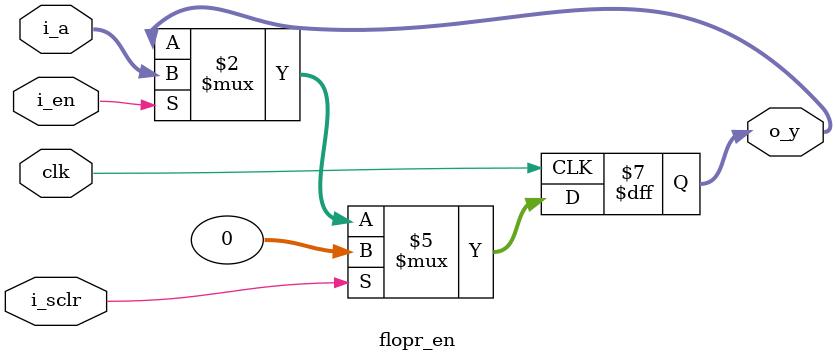
<source format=v>
`ifndef _flopr_en
`define _flopr_en

module flopr_en #(
  parameter WIDTH = 32
) (
  input wire clk, i_sclr, i_en,
  input wire [WIDTH-1:0] i_a,
  output reg [WIDTH-1:0] o_y
);
  always @(posedge clk) begin
    if (i_sclr) begin
      o_y <= {WIDTH{1'b0}};
    end else if (i_en) begin
      o_y <= i_a;
    end
  end
endmodule

`endif

</source>
